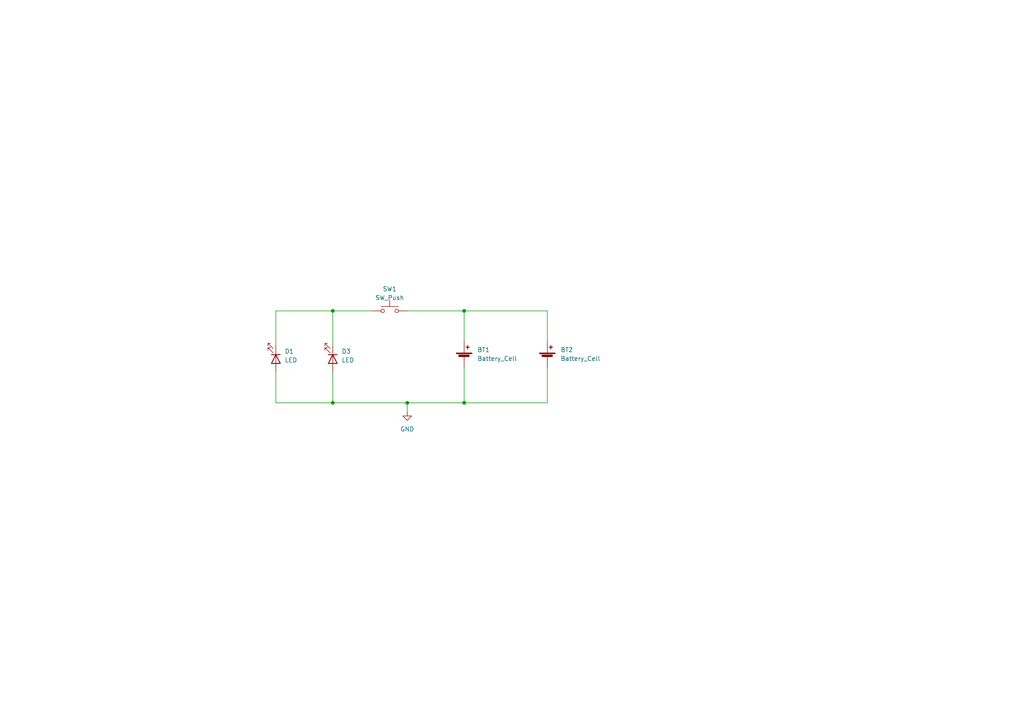
<source format=kicad_sch>
(kicad_sch (version 20230121) (generator eeschema)
  (paper "A4")
  (lib_symbols
    (symbol "Device:Battery_Cell" (pin_numbers hide) (pin_names (offset 0) hide)
      (property "Reference" "BT" (at 2.54 2.54 0))
      (property "Value" "Battery_Cell" (at 2.54 0 0))
      (symbol "Battery_Cell_0_1"
        (rectangle (start -2.286 1.778) (end 2.286 1.524) (fill (type outline)))
        (rectangle (start -1.5748 1.1938) (end 1.4732 0.6858) (fill (type outline)))
        (polyline (pts (xy 0 0.762) (xy 0 0)))
        (polyline (pts (xy 0 1.778) (xy 0 2.54)))
        (polyline (pts (xy 0.508 3.429) (xy 1.524 3.429)) (stroke (width 0.254)))
        (polyline (pts (xy 1.016 3.937) (xy 1.016 2.921)) (stroke (width 0.254)))
      )
      (symbol "Battery_Cell_1_1"
        (pin passive line (at 0 5.08 270) (length 2.54) (name "+") (number "1"))
        (pin passive line (at 0 -2.54 90) (length 2.54) (name "-") (number "2"))
      )
    )
    (symbol "Device:LED" (pin_numbers hide) (pin_names (offset 1.016) hide)
      (property "Reference" "D" (at 0 2.54 0))
      (property "Value" "LED" (at 0 -2.54 0))
      (symbol "LED_0_1"
        (polyline (pts (xy -1.27 -1.27) (xy -1.27 1.27)) (stroke (width 0.254)))
        (polyline (pts (xy -1.27 0) (xy 1.27 0)))
        (polyline (pts (xy 1.27 -1.27) (xy 1.27 1.27) (xy -1.27 0) (xy 1.27 -1.27)) (stroke (width 0.254)))
        (polyline (pts (xy -3.048 -0.762) (xy -4.572 -2.286) (xy -3.81 -2.286) (xy -4.572 -2.286) (xy -4.572 -1.524)))
        (polyline (pts (xy -1.778 -0.762) (xy -3.302 -2.286) (xy -2.54 -2.286) (xy -3.302 -2.286) (xy -3.302 -1.524)))
      )
      (symbol "LED_1_1"
        (pin passive line (at -3.81 0 0) (length 2.54) (name "K") (number "1"))
        (pin passive line (at 3.81 0 180) (length 2.54) (name "A") (number "2"))
      )
    )
    (symbol "Switch:SW_Push" (pin_numbers hide) (pin_names (offset 1.016) hide)
      (property "Reference" "SW" (at 1.27 2.54 0))
      (property "Value" "SW_Push" (at 0 -1.524 0))
      (symbol "SW_Push_0_1"
        (circle (center -2.032 0) (radius 0.508))
        (polyline (pts (xy 0 1.27) (xy 0 3.048)))
        (polyline (pts (xy 2.54 1.27) (xy -2.54 1.27)))
        (circle (center 2.032 0) (radius 0.508))
        (pin passive line (at -5.08 0 0) (length 2.54) (name "1") (number "1"))
        (pin passive line (at 5.08 0 180) (length 2.54) (name "2") (number "2"))
      )
    )
    (symbol "power:GND" (power) (pin_names (offset 0))
      (property "Value" "GND" (at 0 -3.81 0))
      (symbol "GND_0_1"
        (polyline (pts (xy 0 0) (xy 0 -1.27) (xy 1.27 -1.27) (xy 0 -2.54) (xy -1.27 -1.27) (xy 0 -1.27)))
      )
      (symbol "GND_1_1"
        (pin power_in line (at 0 0 270) (length 0) hide (name "GND") (number "1"))
      )
    )
  )
  (junction (at 96.52 90.17))
  (junction (at 134.62 116.84))
  (junction (at 96.52 116.84))
  (junction (at 134.62 90.17))
  (junction (at 118.11 116.84))
  (wire (pts (xy 96.52 90.17) (xy 96.52 100.33)))
  (wire (pts (xy 134.62 90.17) (xy 158.75 90.17)))
  (wire (pts (xy 118.11 116.84) (xy 134.62 116.84)))
  (wire (pts (xy 96.52 107.95) (xy 96.52 116.84)))
  (wire (pts (xy 80.01 116.84) (xy 96.52 116.84)))
  (wire (pts (xy 158.75 90.17) (xy 158.75 99.06)))
  (wire (pts (xy 80.01 90.17) (xy 80.01 100.33)))
  (wire (pts (xy 96.52 116.84) (xy 118.11 116.84)))
  (wire (pts (xy 158.75 106.68) (xy 158.75 116.84)))
  (wire (pts (xy 107.95 90.17) (xy 96.52 90.17)))
  (wire (pts (xy 134.62 90.17) (xy 134.62 99.06)))
  (wire (pts (xy 96.52 90.17) (xy 80.01 90.17)))
  (wire (pts (xy 134.62 116.84) (xy 158.75 116.84)))
  (wire (pts (xy 118.11 116.84) (xy 118.11 119.38)))
  (wire (pts (xy 118.11 90.17) (xy 134.62 90.17)))
  (wire (pts (xy 134.62 106.68) (xy 134.62 116.84)))
  (wire (pts (xy 80.01 107.95) (xy 80.01 116.84)))
  (symbol (lib_id "Device:LED") (at 80.01 104.14 270) (unit 1)
    (property "Reference" "D1" (at 82.55 101.9175 90) (effects (justify left)))
    (property "Value" "LED" (at 82.55 104.4575 90) (effects (justify left)))
    (property "Footprint" "LED_THT:LED_D5.0mm_Clear" (effects hide))
  )
  (symbol (lib_id "power:GND") (at 118.11 119.38 0) (unit 1)
    (property "Reference" "#PWR01" (effects hide))
    (property "Value" "GND" (at 118.11 124.46 0))
  )
  (symbol (lib_id "Device:LED") (at 96.52 104.14 270) (unit 1)
    (property "Reference" "D3" (at 99.06 101.9175 90) (effects (justify left)))
    (property "Value" "LED" (at 99.06 104.4575 90) (effects (justify left)))
    (property "Footprint" "LED_THT:LED_D5.0mm_Clear" (effects hide))
  )
  (symbol (lib_id "Switch:SW_Push") (at 113.03 90.17 0) (unit 1)
    (property "Reference" "SW1" (at 113.03 83.82 0))
    (property "Value" "SW_Push" (at 113.03 86.36 0))
    (property "Footprint" "Button_Switch_THT:SW_PUSH_6mm" (effects hide))
  )
  (symbol (lib_id "Device:Battery_Cell") (at 134.62 104.14 0) (unit 1)
    (property "Reference" "BT1" (at 138.43 101.473 0) (effects (justify left)))
    (property "Value" "Battery_Cell" (at 138.43 104.013 0) (effects (justify left)))
    (property "Footprint" "Connector_Molex:Molex_Mega-Fit_76829-0002_2x01_P5.70mm_Vertical" (effects hide))
  )
  (symbol (lib_id "Device:Battery_Cell") (at 158.75 104.14 0) (unit 1)
    (property "Reference" "BT2" (at 162.56 101.473 0) (effects (justify left)))
    (property "Value" "Battery_Cell" (at 162.56 104.013 0) (effects (justify left)))
    (property "Footprint" "Connector_Molex:Molex_Mega-Fit_76829-0002_2x01_P5.70mm_Vertical" (effects hide))
  )
)
</source>
